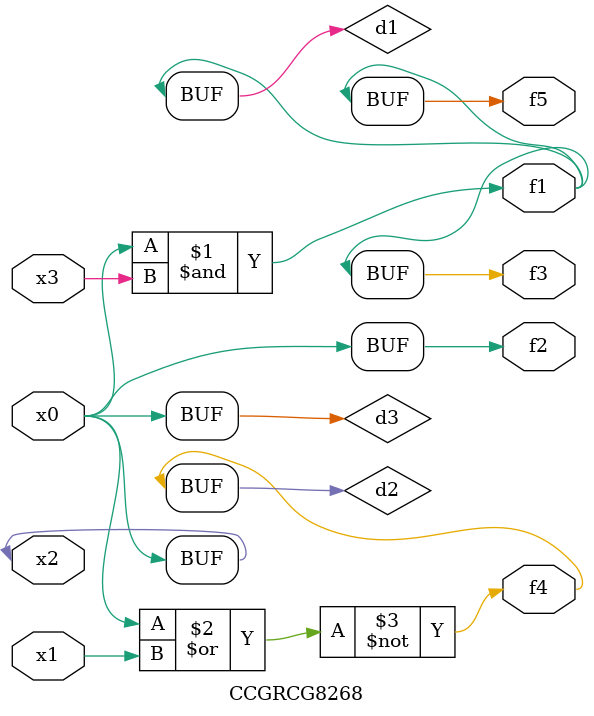
<source format=v>
module CCGRCG8268(
	input x0, x1, x2, x3,
	output f1, f2, f3, f4, f5
);

	wire d1, d2, d3;

	and (d1, x2, x3);
	nor (d2, x0, x1);
	buf (d3, x0, x2);
	assign f1 = d1;
	assign f2 = d3;
	assign f3 = d1;
	assign f4 = d2;
	assign f5 = d1;
endmodule

</source>
